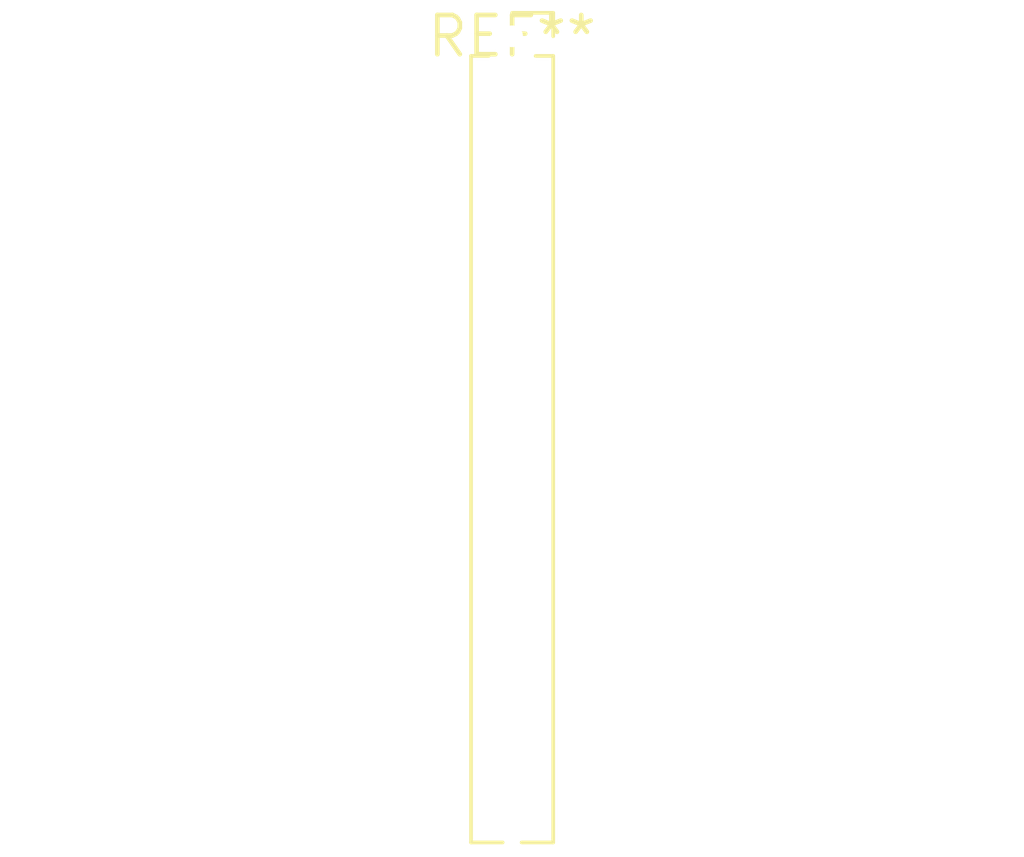
<source format=kicad_pcb>
(kicad_pcb (version 20240108) (generator pcbnew)
  (layers (0 "F.Cu" signal) (31 "B.Cu" signal) (34 "B.Paste" user) (35 "F.Paste" user) (36 "B.SilkS" user "B.Silkscreen") (37 "F.SilkS" user "F.Silkscreen") (38 "B.Mask" user) (39 "F.Mask" user) (44 "Edge.Cuts" user))
  (net 0 "")
  (footprint "PinSocket_1x21_P1.27mm_Vertical" (layer "F.Cu") (at 0 0)
    (property "Reference" "REF**")
    (property "Value" "PinSocket_1x21_P1.27mm_Vertical")
    (fp_line (start -1.33 0.635) (end -1.33 26.095) (layer "F.SilkS") (stroke (width 0.12)))
    (fp_line (start -1.33 0.635) (end -0.76 0.635) (layer "F.SilkS") (stroke (width 0.12)))
    (fp_line (start -1.33 26.095) (end -0.30753 26.095) (layer "F.SilkS") (stroke (width 0.12)))
    (fp_line (start 0 -0.76) (end 1.33 -0.76) (layer "F.SilkS") (stroke (width 0.12)))
    (fp_line (start 0.30753 26.095) (end 1.33 26.095) (layer "F.SilkS") (stroke (width 0.12)))
    (fp_line (start 0.76 0.635) (end 1.33 0.635) (layer "F.SilkS") (stroke (width 0.12)))
    (fp_line (start 1.33 -0.76) (end 1.33 0) (layer "F.SilkS") (stroke (width 0.12)))
    (fp_line (start 1.33 0.635) (end 1.33 26.095) (layer "F.SilkS") (stroke (width 0.12)))
    (pad "1" thru_hole rect (at 0 0) (size 1 1) (drill 0.7) (layers *.Cu *.Mask) (remove_unused_layers))
    (pad "2" thru_hole oval (at 0 1.27) (size 1 1) (drill 0.7) (layers *.Cu *.Mask) (remove_unused_layers))
    (pad "3" thru_hole oval (at 0 2.54) (size 1 1) (drill 0.7) (layers *.Cu *.Mask) (remove_unused_layers))
    (pad "4" thru_hole oval (at 0 3.81) (size 1 1) (drill 0.7) (layers *.Cu *.Mask) (remove_unused_layers))
    (pad "5" thru_hole oval (at 0 5.08) (size 1 1) (drill 0.7) (layers *.Cu *.Mask) (remove_unused_layers))
    (pad "6" thru_hole oval (at 0 6.35) (size 1 1) (drill 0.7) (layers *.Cu *.Mask) (remove_unused_layers))
    (pad "7" thru_hole oval (at 0 7.62) (size 1 1) (drill 0.7) (layers *.Cu *.Mask) (remove_unused_layers))
    (pad "8" thru_hole oval (at 0 8.89) (size 1 1) (drill 0.7) (layers *.Cu *.Mask) (remove_unused_layers))
    (pad "9" thru_hole oval (at 0 10.16) (size 1 1) (drill 0.7) (layers *.Cu *.Mask) (remove_unused_layers))
    (pad "10" thru_hole oval (at 0 11.43) (size 1 1) (drill 0.7) (layers *.Cu *.Mask) (remove_unused_layers))
    (pad "11" thru_hole oval (at 0 12.7) (size 1 1) (drill 0.7) (layers *.Cu *.Mask) (remove_unused_layers))
    (pad "12" thru_hole oval (at 0 13.97) (size 1 1) (drill 0.7) (layers *.Cu *.Mask) (remove_unused_layers))
    (pad "13" thru_hole oval (at 0 15.24) (size 1 1) (drill 0.7) (layers *.Cu *.Mask) (remove_unused_layers))
    (pad "14" thru_hole oval (at 0 16.51) (size 1 1) (drill 0.7) (layers *.Cu *.Mask) (remove_unused_layers))
    (pad "15" thru_hole oval (at 0 17.78) (size 1 1) (drill 0.7) (layers *.Cu *.Mask) (remove_unused_layers))
    (pad "16" thru_hole oval (at 0 19.05) (size 1 1) (drill 0.7) (layers *.Cu *.Mask) (remove_unused_layers))
    (pad "17" thru_hole oval (at 0 20.32) (size 1 1) (drill 0.7) (layers *.Cu *.Mask) (remove_unused_layers))
    (pad "18" thru_hole oval (at 0 21.59) (size 1 1) (drill 0.7) (layers *.Cu *.Mask) (remove_unused_layers))
    (pad "19" thru_hole oval (at 0 22.86) (size 1 1) (drill 0.7) (layers *.Cu *.Mask) (remove_unused_layers))
    (pad "20" thru_hole oval (at 0 24.13) (size 1 1) (drill 0.7) (layers *.Cu *.Mask) (remove_unused_layers))
    (pad "21" thru_hole oval (at 0 25.4) (size 1 1) (drill 0.7) (layers *.Cu *.Mask) (remove_unused_layers))
  )
)
</source>
